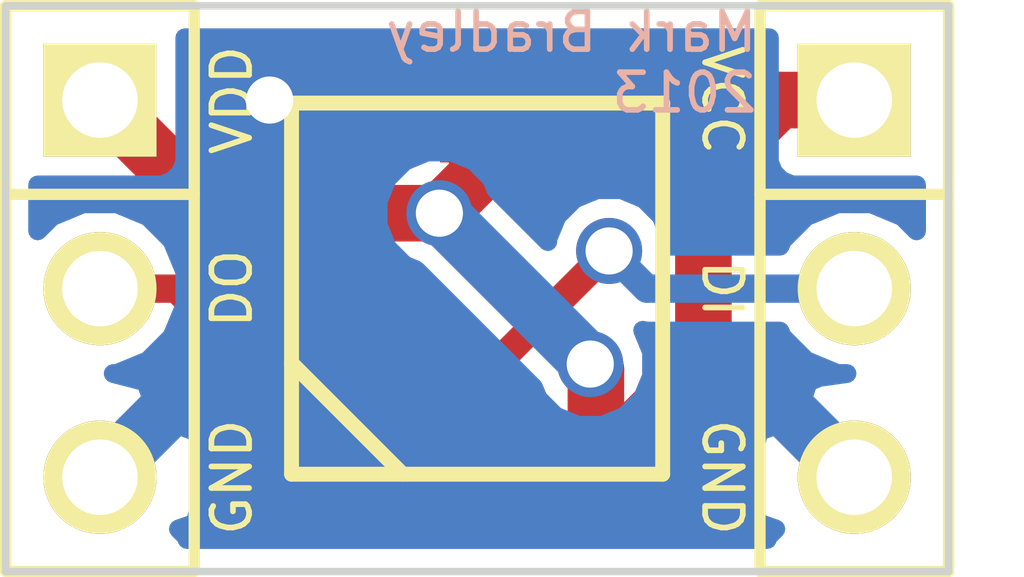
<source format=kicad_pcb>
(kicad_pcb (version 3) (host pcbnew "(2013-07-07 BZR 4022)-stable")

  (general
    (links 7)
    (no_connects 0)
    (area 234.619799 130.479799 249.0851 138.760201)
    (thickness 1.6)
    (drawings 11)
    (tracks 23)
    (zones 0)
    (modules 3)
    (nets 5)
  )

  (page A3)
  (layers
    (15 F.Cu signal)
    (0 B.Cu signal)
    (16 B.Adhes user)
    (17 F.Adhes user)
    (18 B.Paste user)
    (19 F.Paste user)
    (20 B.SilkS user)
    (21 F.SilkS user)
    (22 B.Mask user)
    (23 F.Mask user)
    (24 Dwgs.User user)
    (25 Cmts.User user)
    (26 Eco1.User user)
    (27 Eco2.User user)
    (28 Edge.Cuts user)
  )

  (setup
    (last_trace_width 0.381)
    (trace_clearance 0.254)
    (zone_clearance 0.254)
    (zone_45_only no)
    (trace_min 0.254)
    (segment_width 0.2)
    (edge_width 0.1)
    (via_size 0.889)
    (via_drill 0.635)
    (via_min_size 0.889)
    (via_min_drill 0.508)
    (uvia_size 0.508)
    (uvia_drill 0.127)
    (uvias_allowed no)
    (uvia_min_size 0.508)
    (uvia_min_drill 0.127)
    (pcb_text_width 0.0762)
    (pcb_text_size 0.508 0.508)
    (mod_edge_width 0.0762)
    (mod_text_size 0.508 0.508)
    (mod_text_width 0.0762)
    (pad_size 1.5 1.5)
    (pad_drill 0.6)
    (pad_to_mask_clearance 0)
    (aux_axis_origin 0 0)
    (visible_elements 7FFFFFFF)
    (pcbplotparams
      (layerselection 284196865)
      (usegerberextensions true)
      (excludeedgelayer true)
      (linewidth 0.150000)
      (plotframeref false)
      (viasonmask false)
      (mode 1)
      (useauxorigin false)
      (hpglpennumber 1)
      (hpglpenspeed 20)
      (hpglpendiameter 15)
      (hpglpenoverlay 2)
      (psnegative false)
      (psa4output false)
      (plotreference true)
      (plotvalue true)
      (plotothertext true)
      (plotinvisibletext false)
      (padsonsilk false)
      (subtractmaskfromsilk false)
      (outputformat 1)
      (mirror false)
      (drillshape 0)
      (scaleselection 1)
      (outputdirectory C:/Users/Mark/Dropbox/Projects/PeaceLights/Hardware/PixelBreakouts/Gerber/))
  )

  (net 0 "")
  (net 1 /DI)
  (net 2 /DO)
  (net 3 /VCC)
  (net 4 GND)

  (net_class Default "This is the default net class."
    (clearance 0.254)
    (trace_width 0.381)
    (via_dia 0.889)
    (via_drill 0.635)
    (uvia_dia 0.508)
    (uvia_drill 0.127)
    (add_net "")
    (add_net /DI)
    (add_net /DO)
  )

  (net_class POWER ""
    (clearance 0.254)
    (trace_width 0.762)
    (via_dia 0.889)
    (via_drill 0.635)
    (uvia_dia 0.508)
    (uvia_drill 0.127)
    (add_net /VCC)
    (add_net GND)
  )

  (module WS2811-5050 (layer F.Cu) (tedit 522D1322) (tstamp 522D1124)
    (at 241.3 134.62 270)
    (path /522CF8F4)
    (fp_text reference "" (at 1.27 -3.302 270) (layer F.SilkS) hide
      (effects (font (size 0.508 0.508) (thickness 0.0762)))
    )
    (fp_text value WS2811-5050 (at 3.556 0 360) (layer F.SilkS) hide
      (effects (font (size 0.508 0.508) (thickness 0.0762)))
    )
    (fp_line (start 1.00076 2.49936) (end 2.49936 1.00076) (layer F.SilkS) (width 0.20066))
    (fp_line (start -2.49936 -2.49936) (end 2.49936 -2.49936) (layer F.SilkS) (width 0.20066))
    (fp_line (start 2.49936 -2.49936) (end 2.49936 2.49936) (layer F.SilkS) (width 0.20066))
    (fp_line (start 2.49936 2.49936) (end -2.49936 2.49936) (layer F.SilkS) (width 0.20066))
    (fp_line (start -2.49936 2.49936) (end -2.49936 -2.49936) (layer F.SilkS) (width 0.20066))
    (pad 2 smd rect (at 2.45 0 270) (size 1.5 1)
      (layers F.Cu F.Paste F.Mask)
      (net 1 /DI)
      (clearance 0.20066)
    )
    (pad 1 smd rect (at 2.45 1.6 270) (size 1.5 1)
      (layers F.Cu F.Paste F.Mask)
      (net 2 /DO)
      (clearance 0.20066)
    )
    (pad 3 smd rect (at 2.45 -1.6 270) (size 1.5 1)
      (layers F.Cu F.Paste F.Mask)
      (net 3 /VCC)
      (clearance 0.20066)
    )
    (pad 4 smd rect (at -2.45 -1.6 270) (size 1.5 1)
      (layers F.Cu F.Paste F.Mask)
      (clearance 0.20066)
    )
    (pad 5 smd rect (at -2.45 0 270) (size 1.5 1)
      (layers F.Cu F.Paste F.Mask)
      (net 3 /VCC)
      (clearance 0.20066)
    )
    (pad 6 smd rect (at -2.45 1.6 270) (size 1.5 1)
      (layers F.Cu F.Paste F.Mask)
      (net 4 GND)
      (clearance 0.20066)
    )
  )

  (module PIN_ARRAY_3X1 (layer F.Cu) (tedit 522D1196) (tstamp 522D113D)
    (at 236.22 134.62 270)
    (descr "Connecteur 3 pins")
    (tags "CONN DEV")
    (path /522CFB92)
    (fp_text reference "" (at 0.254 -2.159 270) (layer F.SilkS)
      (effects (font (size 0.508 0.508) (thickness 0.0762)))
    )
    (fp_text value "" (at 0 -2.159 270) (layer F.SilkS) hide
      (effects (font (size 0.508 0.508) (thickness 0.0762)))
    )
    (fp_line (start -3.81 1.27) (end -3.81 -1.27) (layer F.SilkS) (width 0.1524))
    (fp_line (start -3.81 -1.27) (end 3.81 -1.27) (layer F.SilkS) (width 0.1524))
    (fp_line (start 3.81 -1.27) (end 3.81 1.27) (layer F.SilkS) (width 0.1524))
    (fp_line (start 3.81 1.27) (end -3.81 1.27) (layer F.SilkS) (width 0.1524))
    (fp_line (start -1.27 -1.27) (end -1.27 1.27) (layer F.SilkS) (width 0.1524))
    (pad 1 thru_hole rect (at -2.54 0 270) (size 1.524 1.524) (drill 1.016)
      (layers *.Cu *.Mask F.SilkS)
      (net 3 /VCC)
    )
    (pad 2 thru_hole circle (at 0 0 270) (size 1.524 1.524) (drill 1.016)
      (layers *.Cu *.Mask F.SilkS)
      (net 2 /DO)
    )
    (pad 3 thru_hole circle (at 2.54 0 270) (size 1.524 1.524) (drill 1.016)
      (layers *.Cu *.Mask F.SilkS)
      (net 4 GND)
    )
    (model pin_array/pins_array_3x1.wrl
      (at (xyz 0 0 0))
      (scale (xyz 1 1 1))
      (rotate (xyz 0 0 0))
    )
  )

  (module PIN_ARRAY_3X1 (layer F.Cu) (tedit 522D118F) (tstamp 522D10DA)
    (at 246.38 134.62 270)
    (descr "Connecteur 3 pins")
    (tags "CONN DEV")
    (path /522CFBA3)
    (fp_text reference "" (at 0.254 -2.159 270) (layer F.SilkS)
      (effects (font (size 0.508 0.508) (thickness 0.0762)))
    )
    (fp_text value "" (at 0 -2.159 270) (layer F.SilkS) hide
      (effects (font (size 0.508 0.508) (thickness 0.0762)))
    )
    (fp_line (start -3.81 1.27) (end -3.81 -1.27) (layer F.SilkS) (width 0.1524))
    (fp_line (start -3.81 -1.27) (end 3.81 -1.27) (layer F.SilkS) (width 0.1524))
    (fp_line (start 3.81 -1.27) (end 3.81 1.27) (layer F.SilkS) (width 0.1524))
    (fp_line (start 3.81 1.27) (end -3.81 1.27) (layer F.SilkS) (width 0.1524))
    (fp_line (start -1.27 -1.27) (end -1.27 1.27) (layer F.SilkS) (width 0.1524))
    (pad 1 thru_hole rect (at -2.54 0 270) (size 1.524 1.524) (drill 1.016)
      (layers *.Cu *.Mask F.SilkS)
      (net 3 /VCC)
    )
    (pad 2 thru_hole circle (at 0 0 270) (size 1.524 1.524) (drill 1.016)
      (layers *.Cu *.Mask F.SilkS)
      (net 1 /DI)
    )
    (pad 3 thru_hole circle (at 2.54 0 270) (size 1.524 1.524) (drill 1.016)
      (layers *.Cu *.Mask F.SilkS)
      (net 4 GND)
    )
    (model pin_array/pins_array_3x1.wrl
      (at (xyz 0 0 0))
      (scale (xyz 1 1 1))
      (rotate (xyz 0 0 0))
    )
  )

  (gr_text "Mark Bradley\n2013" (at 245.11 131.572) (layer B.SilkS)
    (effects (font (size 0.508 0.508) (thickness 0.0762)) (justify left mirror))
  )
  (gr_text VCC (at 244.602 132.08 270) (layer F.SilkS)
    (effects (font (size 0.508 0.508) (thickness 0.0762)))
  )
  (gr_text GND (at 244.602 137.16 270) (layer F.SilkS)
    (effects (font (size 0.508 0.508) (thickness 0.0762)))
  )
  (gr_text DI (at 244.602 134.62 270) (layer F.SilkS)
    (effects (font (size 0.508 0.508) (thickness 0.0762)))
  )
  (gr_text GND (at 237.998 137.16 90) (layer F.SilkS)
    (effects (font (size 0.508 0.508) (thickness 0.0762)))
  )
  (gr_text DO (at 237.998 134.62 90) (layer F.SilkS)
    (effects (font (size 0.508 0.508) (thickness 0.0762)))
  )
  (gr_text VDD (at 237.998 132.08 90) (layer F.SilkS)
    (effects (font (size 0.508 0.508) (thickness 0.0762)))
  )
  (gr_line (start 234.95 138.43) (end 234.95 130.81) (angle 90) (layer Edge.Cuts) (width 0.1))
  (gr_line (start 247.65 138.43) (end 234.95 138.43) (angle 90) (layer Edge.Cuts) (width 0.1))
  (gr_line (start 247.65 130.81) (end 247.65 138.43) (angle 90) (layer Edge.Cuts) (width 0.1))
  (gr_line (start 234.95 130.81) (end 247.65 130.81) (angle 90) (layer Edge.Cuts) (width 0.1))

  (segment (start 241.3 137.07) (end 241.3 135.89) (width 0.381) (layer F.Cu) (net 1))
  (segment (start 241.3 135.89) (end 243.078 134.112) (width 0.381) (layer F.Cu) (net 1) (tstamp 522D0BCB))
  (via (at 243.078 134.112) (size 0.889) (layers F.Cu B.Cu) (net 1))
  (segment (start 243.078 134.112) (end 243.586 134.62) (width 0.381) (layer B.Cu) (net 1) (tstamp 522D0BD7))
  (segment (start 243.586 134.62) (end 246.38 134.62) (width 0.381) (layer B.Cu) (net 1) (tstamp 522D0BD8))
  (segment (start 236.22 134.62) (end 237.25 134.62) (width 0.381) (layer F.Cu) (net 2))
  (segment (start 237.25 134.62) (end 239.7 137.07) (width 0.381) (layer F.Cu) (net 2) (tstamp 522D0BE1))
  (segment (start 242.9 137.07) (end 242.9 135.712) (width 0.762) (layer F.Cu) (net 3))
  (via (at 240.792 133.604) (size 0.889) (layers F.Cu B.Cu) (net 3))
  (segment (start 242.824 135.636) (end 240.792 133.604) (width 0.762) (layer B.Cu) (net 3) (tstamp 522D0BC2))
  (via (at 242.824 135.636) (size 0.889) (layers F.Cu B.Cu) (net 3))
  (segment (start 242.9 135.712) (end 242.824 135.636) (width 0.762) (layer F.Cu) (net 3) (tstamp 522D0BBF))
  (segment (start 241.3 132.17) (end 241.3 133.096) (width 0.762) (layer F.Cu) (net 3))
  (segment (start 241.3 133.096) (end 240.792 133.604) (width 0.762) (layer F.Cu) (net 3) (tstamp 522D0B76))
  (segment (start 237.744 133.604) (end 236.22 132.08) (width 0.762) (layer F.Cu) (net 3) (tstamp 522D0B7A))
  (segment (start 240.792 133.604) (end 237.744 133.604) (width 0.762) (layer F.Cu) (net 3) (tstamp 522D0B79))
  (segment (start 246.38 132.08) (end 245.364 132.08) (width 0.762) (layer F.Cu) (net 3))
  (segment (start 244.348 135.622) (end 242.9 137.07) (width 0.762) (layer F.Cu) (net 3) (tstamp 522D0A7D))
  (segment (start 244.348 133.096) (end 244.348 135.622) (width 0.762) (layer F.Cu) (net 3) (tstamp 522D0A77))
  (segment (start 245.364 132.08) (end 244.348 133.096) (width 0.762) (layer F.Cu) (net 3) (tstamp 522D0A72))
  (segment (start 239.7 132.17) (end 238.596 132.17) (width 0.762) (layer F.Cu) (net 4))
  (via (at 238.506 132.08) (size 0.889) (layers F.Cu B.Cu) (net 4))
  (segment (start 238.596 132.17) (end 238.506 132.08) (width 0.762) (layer F.Cu) (net 4) (tstamp 522D0AE2))

  (zone (net 4) (net_name GND) (layer B.Cu) (tstamp 522D07B9) (hatch edge 0.508)
    (connect_pads (clearance 0.254))
    (min_thickness 0.254)
    (fill (arc_segments 16) (thermal_gap 0.508) (thermal_bridge_width 0.762))
    (polygon
      (pts
        (xy 247.396 131.064) (xy 247.396 138.176) (xy 235.204 138.176) (xy 235.204 131.064)
      )
    )
    (filled_polygon
      (pts
        (xy 247.219 133.842608) (xy 247.028302 133.651577) (xy 246.608354 133.4772) (xy 246.153641 133.476803) (xy 245.733389 133.650447)
        (xy 245.411577 133.971698) (xy 245.379686 134.0485) (xy 243.903555 134.0485) (xy 243.903643 133.948518) (xy 243.778233 133.645002)
        (xy 243.546219 133.412583) (xy 243.242923 133.286643) (xy 242.914518 133.286357) (xy 242.611002 133.411767) (xy 242.378583 133.643781)
        (xy 242.252643 133.947077) (xy 242.252608 133.986977) (xy 241.555323 133.289693) (xy 241.492233 133.137002) (xy 241.260219 132.904583)
        (xy 240.956923 132.778643) (xy 240.628518 132.778357) (xy 240.325002 132.903767) (xy 240.092583 133.135781) (xy 239.966643 133.439077)
        (xy 239.966357 133.767482) (xy 240.091767 134.070998) (xy 240.323781 134.303417) (xy 240.477699 134.367329) (xy 242.060676 135.950307)
        (xy 242.123767 136.102998) (xy 242.355781 136.335417) (xy 242.659077 136.461357) (xy 242.987482 136.461643) (xy 243.290998 136.336233)
        (xy 243.523417 136.104219) (xy 243.649357 135.800923) (xy 243.649643 135.472518) (xy 243.52883 135.180128) (xy 243.586 135.1915)
        (xy 245.379411 135.1915) (xy 245.410447 135.266611) (xy 245.731698 135.588423) (xy 246.151646 135.7628) (xy 246.282657 135.762914)
        (xy 245.909878 135.815453) (xy 245.761688 135.876835) (xy 245.682886 136.103676) (xy 246.38 136.80079) (xy 246.394142 136.786647)
        (xy 246.753352 137.145857) (xy 246.73921 137.16) (xy 246.753352 137.174142) (xy 246.394142 137.533352) (xy 246.38 137.51921)
        (xy 246.365857 137.533352) (xy 246.02079 137.188285) (xy 246.006647 137.174142) (xy 246.02079 137.16) (xy 245.323676 136.462886)
        (xy 245.096835 136.541688) (xy 244.957892 137.0798) (xy 245.035453 137.630122) (xy 245.096835 137.778312) (xy 245.323673 137.857113)
        (xy 245.194972 137.985814) (xy 245.208157 137.999) (xy 237.642108 137.999) (xy 237.391842 137.999) (xy 237.405028 137.985814)
        (xy 237.276326 137.857113) (xy 237.503165 137.778312) (xy 237.642108 137.2402) (xy 237.564547 136.689878) (xy 237.503165 136.541688)
        (xy 237.276324 136.462886) (xy 236.57921 137.16) (xy 236.593352 137.174142) (xy 236.234142 137.533352) (xy 236.22 137.51921)
        (xy 236.205857 137.533352) (xy 235.846647 137.174142) (xy 235.86079 137.16) (xy 235.846647 137.145857) (xy 236.205857 136.786647)
        (xy 236.22 136.80079) (xy 236.917114 136.103676) (xy 236.838312 135.876835) (xy 236.39804 135.763154) (xy 236.446359 135.763197)
        (xy 236.866611 135.589553) (xy 237.188423 135.268302) (xy 237.3628 134.848354) (xy 237.363197 134.393641) (xy 237.189553 133.973389)
        (xy 236.868302 133.651577) (xy 236.448354 133.4772) (xy 235.993641 133.476803) (xy 235.573389 133.650447) (xy 235.381 133.8425)
        (xy 235.381 133.222567) (xy 235.381882 133.222934) (xy 235.533453 133.223066) (xy 237.057453 133.223066) (xy 237.197537 133.165184)
        (xy 237.304808 133.058101) (xy 237.362934 132.918118) (xy 237.363066 132.766547) (xy 237.363066 131.242547) (xy 237.362426 131.241)
        (xy 245.237432 131.241) (xy 245.237066 131.241882) (xy 245.236934 131.393453) (xy 245.236934 132.917453) (xy 245.294816 133.057537)
        (xy 245.401899 133.164808) (xy 245.541882 133.222934) (xy 245.693453 133.223066) (xy 247.217453 133.223066) (xy 247.219 133.222426)
        (xy 247.219 133.842608)
      )
    )
  )
)

</source>
